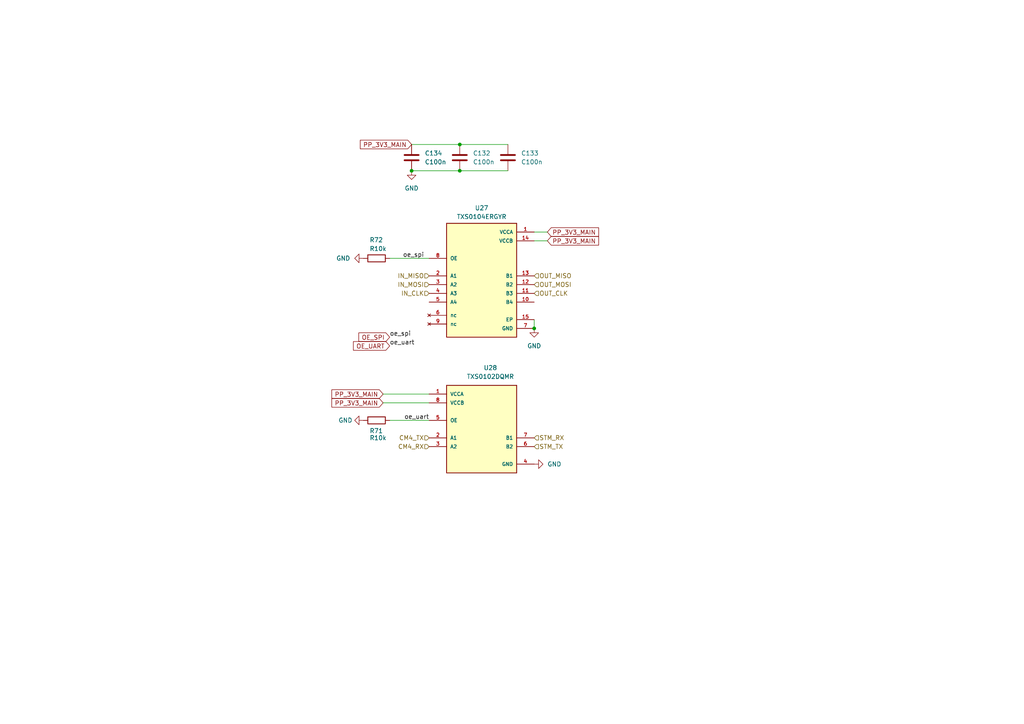
<source format=kicad_sch>
(kicad_sch (version 20231120) (generator "eeschema") (generator_version "8.0")
  (paper "A4")
  (title_block (date "2025-02-17") (rev "2.0") (comment 1 "Matthew Guo") (comment 2 "matthew@paisleymicro.com") (comment 3 "Matthew Guo") (comment 4 "matthew@paisleymicro.com") (comment 5 "Firefly-4") (comment 6 "PAISLEY-FC-4") (comment 7 "2025") (comment 8 "Firefly Automation Controller for RPi CM4"))
  (lib_symbols
    (symbol "Device:C" (pin_numbers hide) (pin_names (offset 0.254))
      (property "Reference" "C" (at 0.635 2.54 0))
      (property "Value" "C" (at 0.635 -2.54 0))
      (symbol "C_0_1"
        (polyline (pts (xy -2.032 -0.762) (xy 2.032 -0.762)) (stroke (width 0.508)))
        (polyline (pts (xy -2.032 0.762) (xy 2.032 0.762)) (stroke (width 0.508)))
      )
      (symbol "C_1_1"
        (pin passive line (at 0 3.81 270) (length 2.794) (name "~") (number "1"))
        (pin passive line (at 0 -3.81 90) (length 2.794) (name "~") (number "2"))
      )
    )
    (symbol "Device:R" (pin_numbers hide) (pin_names (offset 0))
      (property "Reference" "R" (at 2.032 0 90))
      (property "Value" "R" (at 0 0 90))
      (symbol "R_0_1"
        (rectangle (start -1.016 -2.54) (end 1.016 2.54) (stroke (width 0.254)))
      )
      (symbol "R_1_1"
        (pin passive line (at 0 3.81 270) (length 1.27) (name "~") (number "1"))
        (pin passive line (at 0 -3.81 90) (length 1.27) (name "~") (number "2"))
      )
    )
    (symbol "aaafootprintlib:TXS0102DQMR" (pin_names (offset 1.016))
      (property "Reference" "U28" (at 0 17.78 0))
      (property "Value" "TXS0102DQMR" (at 0 15.24 0))
      (symbol "TXS0102DQMR_0_0"
        (rectangle (start -12.7 12.7) (end 7.62 -12.7) (stroke (width 0.254)) (fill (type background)))
        (pin power_in line (at -17.78 10.16 0) (length 5.08) (name "VCCA") (number "1"))
        (pin bidirectional line (at -17.78 -2.54 0) (length 5.08) (name "A1") (number "2"))
        (pin bidirectional line (at -17.78 -5.08 0) (length 5.08) (name "A2") (number "3"))
        (pin power_in line (at 12.7 -10.16 180) (length 5.08) (name "GND") (number "4"))
        (pin input line (at -17.78 2.54 0) (length 5.08) (name "OE") (number "5"))
        (pin bidirectional line (at 12.7 -5.08 180) (length 5.08) (name "B2") (number "6"))
        (pin bidirectional line (at 12.7 -2.54 180) (length 5.08) (name "B1") (number "7"))
        (pin power_in line (at -17.78 7.62 0) (length 5.08) (name "VCCB") (number "8"))
      )
    )
    (symbol "aaafootprintlib:TXS0104ERGYR" (pin_names (offset 1.016))
      (property "Reference" "U" (at -10.16 18.542 0))
      (property "Value" "TXS0104ERGYR" (at -10.16 -17.78 0))
      (symbol "TXS0104ERGYR_0_0"
        (rectangle (start -10.16 17.78) (end 10.16 -15.24) (stroke (width 0.254)) (fill (type background)))
        (pin power_in line (at 15.24 15.24 180) (length 5.08) (name "VCCA") (number "1"))
        (pin bidirectional line (at 15.24 -5.08 180) (length 5.08) (name "B4") (number "10"))
        (pin bidirectional line (at 15.24 -2.54 180) (length 5.08) (name "B3") (number "11"))
        (pin bidirectional line (at 15.24 0 180) (length 5.08) (name "B2") (number "12"))
        (pin bidirectional line (at 15.24 2.54 180) (length 5.08) (name "B1") (number "13"))
        (pin power_in line (at 15.24 12.7 180) (length 5.08) (name "VCCB") (number "14"))
        (pin power_in line (at 15.24 -10.16 180) (length 5.08) (name "EP") (number "15"))
        (pin bidirectional line (at -15.24 2.54 0) (length 5.08) (name "A1") (number "2"))
        (pin bidirectional line (at -15.24 0 0) (length 5.08) (name "A2") (number "3"))
        (pin bidirectional line (at -15.24 -2.54 0) (length 5.08) (name "A3") (number "4"))
        (pin bidirectional line (at -15.24 -5.08 0) (length 5.08) (name "A4") (number "5"))
        (pin power_in line (at 15.24 -12.7 180) (length 5.08) (name "GND") (number "7"))
        (pin input line (at -15.24 7.62 0) (length 5.08) (name "OE") (number "8"))
      )
      (symbol "TXS0104ERGYR_1_0"
        (pin no_connect line (at -15.24 -8.89 0) (length 5.08) (name "nc") (number "6"))
        (pin no_connect line (at -15.24 -11.43 0) (length 5.08) (name "nc") (number "9"))
      )
    )
    (symbol "power:GND" (power) (pin_names (offset 0))
      (property "Value" "GND" (at 0 -3.81 0))
      (symbol "GND_0_1"
        (polyline (pts (xy 0 0) (xy 0 -1.27) (xy 1.27 -1.27) (xy 0 -2.54) (xy -1.27 -1.27) (xy 0 -1.27)))
      )
      (symbol "GND_1_1"
        (pin power_in line (at 0 0 270) (length 0) hide (name "GND") (number "1"))
      )
    )
  )
  (junction (at 133.35 41.91))
  (junction (at 133.35 49.53))
  (junction (at 119.38 49.53))
  (junction (at 154.94 95.25))
  (wire (pts (xy 111.125 114.3) (xy 124.46 114.3)))
  (wire (pts (xy 154.94 67.31) (xy 158.75 67.31)))
  (wire (pts (xy 154.94 92.71) (xy 154.94 95.25)))
  (wire (pts (xy 113.03 74.93) (xy 124.46 74.93)))
  (wire (pts (xy 113.03 121.92) (xy 124.46 121.92)))
  (wire (pts (xy 154.94 69.85) (xy 158.75 69.85)))
  (wire (pts (xy 119.38 49.53) (xy 133.35 49.53)))
  (wire (pts (xy 111.125 116.84) (xy 124.46 116.84)))
  (wire (pts (xy 133.35 49.53) (xy 147.32 49.53)))
  (wire (pts (xy 133.35 41.91) (xy 147.32 41.91)))
  (wire (pts (xy 119.38 41.91) (xy 133.35 41.91)))
  (label "oe_uart" (at 113.03 100.33 0))
  (label "oe_spi" (at 113.03 97.79 0))
  (label "oe_uart" (at 124.46 121.92 180))
  (label "oe_spi" (at 116.84 74.93 0))
  (global_label "PP_3V3_MAIN" (shape input) (at 158.75 67.31 0) (property "Intersheetrefs" "${INTERSHEET_REFS}" (effects (hide yes))))
  (global_label "OE_SPI" (shape input) (at 113.03 97.79 180) (property "Intersheetrefs" "${INTERSHEET_REFS}" (effects (hide yes))))
  (global_label "PP_3V3_MAIN" (shape input) (at 119.38 41.91 180) (property "Intersheetrefs" "${INTERSHEET_REFS}" (effects (hide yes))))
  (global_label "PP_3V3_MAIN" (shape input) (at 111.125 116.84 180) (property "Intersheetrefs" "${INTERSHEET_REFS}" (effects (hide yes))))
  (global_label "OE_UART" (shape input) (at 113.03 100.33 180) (property "Intersheetrefs" "${INTERSHEET_REFS}" (effects (hide yes))))
  (global_label "PP_3V3_MAIN" (shape input) (at 111.125 114.3 180) (property "Intersheetrefs" "${INTERSHEET_REFS}" (effects (hide yes))))
  (global_label "PP_3V3_MAIN" (shape input) (at 158.75 69.85 0) (property "Intersheetrefs" "${INTERSHEET_REFS}" (effects (hide yes))))
  (hierarchical_label "CM4_RX" (shape input) (at 124.46 129.54 180))
  (hierarchical_label "OUT_CLK" (shape input) (at 154.94 85.09 0))
  (hierarchical_label "IN_MOSI" (shape input) (at 124.46 82.55 180))
  (hierarchical_label "STM_TX" (shape input) (at 154.94 129.54 0))
  (hierarchical_label "OUT_MOSI" (shape input) (at 154.94 82.55 0))
  (hierarchical_label "CM4_TX" (shape input) (at 124.46 127 180))
  (hierarchical_label "IN_CLK" (shape input) (at 124.46 85.09 180))
  (hierarchical_label "STM_RX" (shape input) (at 154.94 127 0))
  (hierarchical_label "IN_MISO" (shape input) (at 124.46 80.01 180))
  (hierarchical_label "OUT_MISO" (shape input) (at 154.94 80.01 0))
  (symbol (lib_id "aaafootprintlib:TXS0102DQMR") (at 142.24 124.46 0) (unit 1)
    (property "Reference" "U28" (at 142.24 106.68 0))
    (property "Value" "TXS0102DQMR" (at 142.24 109.22 0))
    (property "Footprint" "IC_TXS0102DQMR" (effects (hide yes)))
  )
  (symbol (lib_id "aaafootprintlib:TXS0104ERGYR") (at 139.7 82.55 0) (unit 1)
    (property "Reference" "U27" (at 139.7 60.325 0))
    (property "Value" "TXS0104ERGYR" (at 139.7 62.865 0))
    (property "Footprint" "QFN50P350X350X100-15N" (effects (hide yes)))
  )
  (symbol (lib_id "Device:C") (at 133.35 45.72 0) (unit 1)
    (property "Reference" "C132" (at 137.16 44.45 0) (effects (justify left)))
    (property "Value" "C100n" (at 137.16 46.99 0) (effects (justify left)))
    (property "Footprint" "Capacitor_SMD:C_0402_1005Metric" (effects (hide yes)))
  )
  (symbol (lib_id "power:GND") (at 105.41 74.93 270) (unit 1)
    (property "Reference" "#PWR0133" (effects (hide yes)))
    (property "Value" "GND" (at 101.6 74.9299 90) (effects (justify right)))
  )
  (symbol (lib_id "power:GND") (at 154.94 134.62 90) (unit 1)
    (property "Reference" "#PWR0140" (effects (hide yes)))
    (property "Value" "GND" (at 158.75 134.6199 90) (effects (justify right)))
  )
  (symbol (lib_id "Device:C") (at 147.32 45.72 0) (unit 1)
    (property "Reference" "C133" (at 151.13 44.45 0) (effects (justify left)))
    (property "Value" "C100n" (at 151.13 46.99 0) (effects (justify left)))
    (property "Footprint" "Capacitor_SMD:C_0402_1005Metric" (effects (hide yes)))
  )
  (symbol (lib_id "power:GND") (at 105.41 121.92 270) (unit 1)
    (property "Reference" "#PWR0131" (effects (hide yes)))
    (property "Value" "GND" (at 102.235 121.9199 90) (effects (justify right)))
  )
  (symbol (lib_id "Device:R") (at 109.22 121.92 270) (mirror x) (unit 1)
    (property "Reference" "R71" (at 107.188 124.968 90) (effects (justify left)))
    (property "Value" "R10k" (at 107.188 127 90) (effects (justify left)))
    (property "Footprint" "Resistor_SMD:R_0402_1005Metric" (effects (hide yes)))
  )
  (symbol (lib_id "Device:R") (at 109.22 74.93 270) (mirror x) (unit 1)
    (property "Reference" "R72" (at 107.188 69.596 90) (effects (justify left)))
    (property "Value" "R10k" (at 107.188 72.136 90) (effects (justify left)))
    (property "Footprint" "Resistor_SMD:R_0402_1005Metric" (effects (hide yes)))
  )
  (symbol (lib_id "Device:C") (at 119.38 45.72 0) (unit 1)
    (property "Reference" "C134" (at 123.19 44.45 0) (effects (justify left)))
    (property "Value" "C100n" (at 123.19 46.99 0) (effects (justify left)))
    (property "Footprint" "Capacitor_SMD:C_0402_1005Metric" (effects (hide yes)))
  )
  (symbol (lib_id "power:GND") (at 119.38 49.53 0) (unit 1)
    (property "Reference" "#PWR0139" (effects (hide yes)))
    (property "Value" "GND" (at 119.38 54.61 0))
  )
  (symbol (lib_id "power:GND") (at 154.94 95.25 0) (unit 1)
    (property "Reference" "#PWR0138" (effects (hide yes)))
    (property "Value" "GND" (at 154.94 100.33 0))
  )
)
</source>
